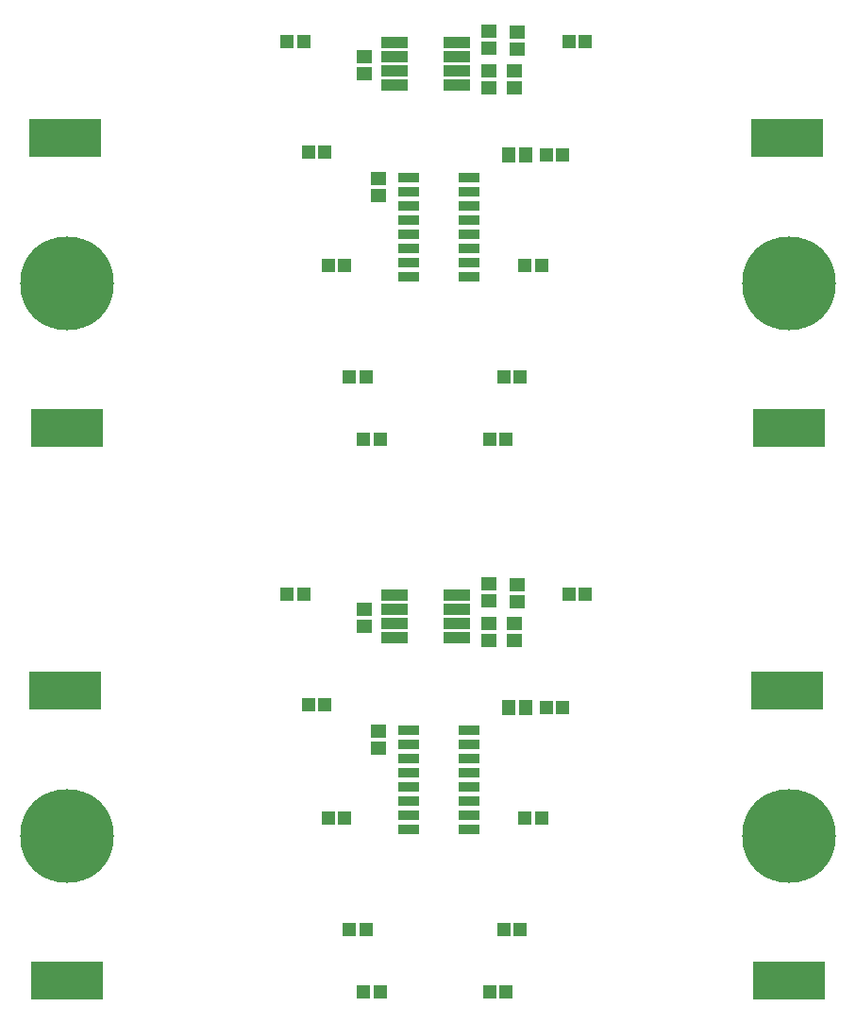
<source format=gbs>
G04 #@! TF.GenerationSoftware,KiCad,Pcbnew,no-vcs-found*
G04 #@! TF.CreationDate,2016-12-05T11:41:50+01:00*
G04 #@! TF.ProjectId,x-mas tree-pan,782D6D617320747265652D70616E2E6B,rev?*
G04 #@! TF.FileFunction,Soldermask,Bot*
G04 #@! TF.FilePolarity,Negative*
%FSLAX46Y46*%
G04 Gerber Fmt 4.6, Leading zero omitted, Abs format (unit mm)*
G04 Created by KiCad (PCBNEW no-vcs-found) date Mon Dec  5 11:41:50 2016*
%MOMM*%
%LPD*%
G01*
G04 APERTURE LIST*
%ADD10C,0.100000*%
%ADD11C,8.400000*%
%ADD12R,6.400000X3.400000*%
%ADD13R,1.400760X1.299160*%
%ADD14R,2.398980X0.999440*%
%ADD15R,1.299160X1.400760*%
%ADD16R,1.197560X1.197560*%
%ADD17R,1.900000X0.950000*%
G04 APERTURE END LIST*
D10*
D11*
X112156000Y-159936000D03*
D12*
X112156000Y-172936000D03*
X111956000Y-146936000D03*
X111956000Y-97406000D03*
X112156000Y-123406000D03*
D11*
X112156000Y-110406000D03*
D13*
X87772000Y-87914660D03*
X87772000Y-89418340D03*
D14*
X76774000Y-92667000D03*
X76774000Y-91397000D03*
X76774000Y-90127000D03*
X76774000Y-88857000D03*
X82362000Y-88857000D03*
X82362000Y-90127000D03*
X82362000Y-91397000D03*
X82362000Y-92667000D03*
D15*
X88534000Y-98890000D03*
X87030320Y-98890000D03*
D13*
X87518000Y-92921000D03*
X87518000Y-91417320D03*
X85232000Y-92900680D03*
X85232000Y-91397000D03*
D16*
X68595000Y-88730000D03*
X67096400Y-88730000D03*
X69001400Y-98636000D03*
X70500000Y-98636000D03*
X72278000Y-108796000D03*
X70779400Y-108796000D03*
X72684400Y-118829000D03*
X74183000Y-118829000D03*
X75453000Y-124417000D03*
X73954400Y-124417000D03*
X86756000Y-124417000D03*
X85257400Y-124417000D03*
X88026000Y-118829000D03*
X86527400Y-118829000D03*
X88432400Y-108796000D03*
X89931000Y-108796000D03*
X91836000Y-98890000D03*
X90337400Y-98890000D03*
X92369400Y-88730000D03*
X93868000Y-88730000D03*
D13*
X75326000Y-102562840D03*
X75326000Y-101059160D03*
X85232000Y-89365000D03*
X85232000Y-87861320D03*
X74056000Y-90137160D03*
X74056000Y-91640840D03*
D17*
X83454000Y-100922000D03*
X83454000Y-102192000D03*
X83454000Y-103462000D03*
X83454000Y-104732000D03*
X83454000Y-106002000D03*
X83454000Y-107272000D03*
X83454000Y-108542000D03*
X78054000Y-109812000D03*
X78054000Y-108542000D03*
X78054000Y-107272000D03*
X78054000Y-106002000D03*
X78054000Y-104732000D03*
X78054000Y-103462000D03*
X83454000Y-109812000D03*
X78054000Y-102192000D03*
X78054000Y-100922000D03*
X78054000Y-150452000D03*
X78054000Y-151722000D03*
X83454000Y-159342000D03*
X78054000Y-152992000D03*
X78054000Y-154262000D03*
X78054000Y-155532000D03*
X78054000Y-156802000D03*
X78054000Y-158072000D03*
X78054000Y-159342000D03*
X83454000Y-158072000D03*
X83454000Y-156802000D03*
X83454000Y-155532000D03*
X83454000Y-154262000D03*
X83454000Y-152992000D03*
X83454000Y-151722000D03*
X83454000Y-150452000D03*
D13*
X74056000Y-141170840D03*
X74056000Y-139667160D03*
X85232000Y-137391320D03*
X85232000Y-138895000D03*
X75326000Y-150589160D03*
X75326000Y-152092840D03*
D16*
X93868000Y-138260000D03*
X92369400Y-138260000D03*
X90337400Y-148420000D03*
X91836000Y-148420000D03*
X89931000Y-158326000D03*
X88432400Y-158326000D03*
X86527400Y-168359000D03*
X88026000Y-168359000D03*
X85257400Y-173947000D03*
X86756000Y-173947000D03*
X73954400Y-173947000D03*
X75453000Y-173947000D03*
X74183000Y-168359000D03*
X72684400Y-168359000D03*
X70779400Y-158326000D03*
X72278000Y-158326000D03*
X70500000Y-148166000D03*
X69001400Y-148166000D03*
X67096400Y-138260000D03*
X68595000Y-138260000D03*
D13*
X85232000Y-140927000D03*
X85232000Y-142430680D03*
X87518000Y-140947320D03*
X87518000Y-142451000D03*
D15*
X87030320Y-148420000D03*
X88534000Y-148420000D03*
D14*
X82362000Y-142197000D03*
X82362000Y-140927000D03*
X82362000Y-139657000D03*
X82362000Y-138387000D03*
X76774000Y-138387000D03*
X76774000Y-139657000D03*
X76774000Y-140927000D03*
X76774000Y-142197000D03*
D13*
X87772000Y-138948340D03*
X87772000Y-137444660D03*
D11*
X47386000Y-110406000D03*
D12*
X47386000Y-123406000D03*
X47186000Y-97406000D03*
X47186000Y-146936000D03*
X47386000Y-172936000D03*
D11*
X47386000Y-159936000D03*
M02*

</source>
